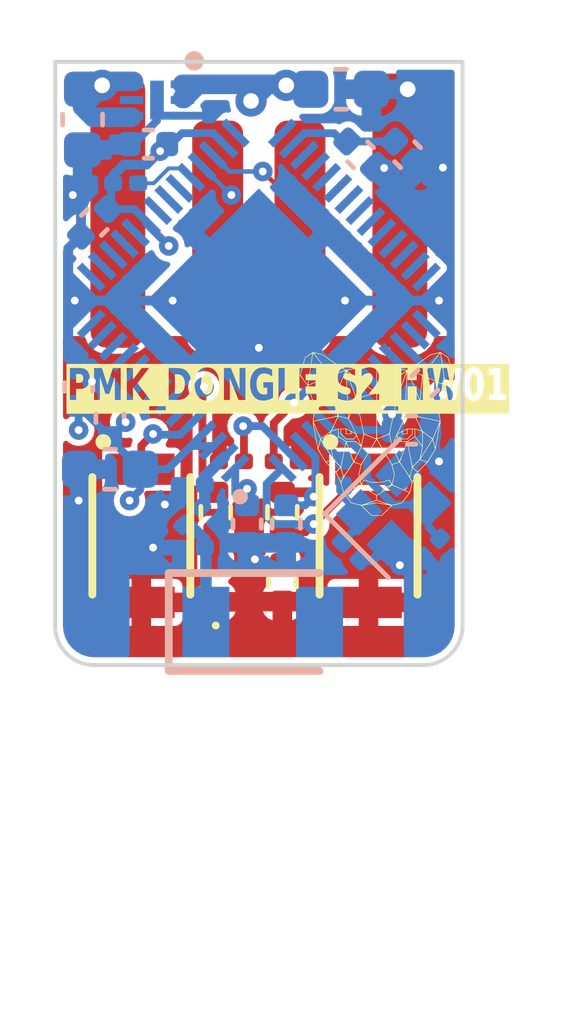
<source format=kicad_pcb>
(kicad_pcb (version 20240108) (generator "pcbnew") (generator_version "8.0")
  (layers (0 "F.Cu" signal) (1 "In1.Cu" signal) (2 "In2.Cu" signal) (31 "B.Cu" signal) (34 "B.Paste" user) (35 "F.Paste" user) (36 "B.SilkS" user "B.Silkscreen") (37 "F.SilkS" user "F.Silkscreen") (38 "B.Mask" user) (39 "F.Mask" user) (44 "Edge.Cuts" user))
  (net 0 "")
  (net 1 "Net-(ANT1-A)")
  (net 2 "+3V3")
  (net 3 "/LNA_IN")
  (net 4 "/IO0")
  (net 5 "/IO1")
  (net 6 "/IO2")
  (net 7 "/IO3")
  (net 8 "/IO4")
  (net 9 "/IO5")
  (net 10 "/IO6")
  (net 11 "/IO7")
  (net 12 "/IO8")
  (net 13 "/IO9")
  (net 14 "/IO10")
  (net 15 "/IO11")
  (net 16 "/IO12")
  (net 17 "/IO13")
  (net 18 "/IO14")
  (net 19 "/IO15")
  (net 20 "/IO16")
  (net 21 "/IO17")
  (net 22 "/IO18")
  (net 23 "/D-")
  (net 24 "/D+")
  (net 25 "/IO21")
  (net 26 "Net-(D1-A)")
  (net 27 "/VDD_SPI")
  (net 34 "/IO33")
  (net 35 "/IO34")
  (net 36 "/IO35")
  (net 37 "/IO36")
  (net 38 "/IO37")
  (net 39 "/IO38")
  (net 40 "/IO39")
  (net 41 "/IO40")
  (net 42 "/IO41")
  (net 43 "/IO42")
  (net 44 "/IO43")
  (net 45 "/IO44")
  (net 46 "/IO45")
  (net 47 "/IO46")
  (net 48 "/EN")
  (net 49 "GND")
  (net 50 "VBUS")
  (net 53 "/QUARTZ_1")
  (net 54 "/QUARTZ_2")
  (net 55 "/QUARTZ_3")
  (footprint "Component_lib:USB_PCB" (layer "F.Cu") (at 153 44.4)
    (property "Reference" "J1" (hide yes))
    (property "Value" "USB_A")
    (pad "1" smd roundrect (at -3.6 -7.4) (size 1.4 7) (layers "F.Cu" "F.Paste" "F.Mask") (roundrect_rratio 0.3) (net 50 "VBUS"))
    (pad "2" smd roundrect (at -1.05 -6.8) (size 1.3 5.8) (layers "F.Cu" "F.Paste" "F.Mask") (net 23 "/D-"))
    (pad "3" smd roundrect (at 1.05 -6.8) (size 1.3 5.8) (layers "F.Cu" "F.Paste" "F.Mask") (net 24 "/D+"))
    (pad "4" smd roundrect (at 3.6 -7.4) (size 1.4 7) (layers "F.Cu" "F.Paste" "F.Mask") (roundrect_rratio 0.3) (net 49 "GND"))
  )
  (footprint "Resistor_SMD:R_0201_0603Metric" (layer "F.Cu") (at 152.3 43.4 180)
    (property "Reference" "R6" (hide yes))
    (property "Value" "10k")
    (pad "1" smd roundrect (at -0.32 0 180) (size 0.46 0.4) (layers "F.Cu" "F.Mask") (net 47 "/IO46"))
    (pad "2" smd roundrect (at 0.32 0 180) (size 0.46 0.4) (layers "F.Cu" "F.Mask") (net 49 "GND"))
  )
  (footprint "Component_lib:B3U-1000P" (layer "F.Cu") (at 155.8 45.3 90)
    (property "Reference" "S1" (hide yes))
    (property "Value" "SKRPABE010" (hide yes))
    (pad "1" smd rect (at 1.7 0 90) (size 0.8 1.7) (layers "F.Cu" "F.Paste" "F.Mask") (net 48 "/EN"))
    (pad "2" smd rect (at -1.7 0 90) (size 0.8 1.7) (layers "F.Cu" "F.Paste" "F.Mask") (net 49 "GND"))
  )
  (footprint "Resistor_SMD:R_0402_1005Metric" (layer "F.Cu") (at 151.9 44.7 -90)
    (property "Reference" "R2" (hide yes))
    (property "Value" "2k")
    (pad "1" smd roundrect (at -0.51 0 270) (size 0.54 0.64) (layers "F.Cu" "F.Paste" "F.Mask") (net 5 "/IO1"))
    (pad "2" smd roundrect (at 0.51 0 270) (size 0.54 0.64) (layers "F.Cu" "F.Paste" "F.Mask") (net 26 "Net-(D1-A)"))
  )
  (footprint "Component_lib:puma_logo_4mm" (layer "F.Cu") (at 156 42.7)
    (property "Reference" "G***" (hide yes))
    (property "Value" "LOGO" (hide yes))
  )
  (footprint "LED_SMD:LED_0402_1005Metric" (layer "F.Cu") (at 151.9 46.5 90)
    (property "Reference" "D1" (hide yes))
    (property "Value" "LED")
    (pad "1" smd roundrect (at -0.485 0 90) (size 0.59 0.64) (layers "F.Cu" "F.Paste" "F.Mask") (net 49 "GND"))
    (pad "2" smd roundrect (at 0.485 0 90) (size 0.59 0.64) (layers "F.Cu" "F.Paste" "F.Mask") (net 26 "Net-(D1-A)"))
  )
  (footprint "Resistor_SMD:R_0201_0603Metric" (layer "F.Cu") (at 153.7 43.4)
    (property "Reference" "R5" (hide yes))
    (property "Value" "10k")
    (pad "1" smd roundrect (at -0.32 0) (size 0.46 0.4) (layers "F.Cu" "F.Mask") (net 46 "/IO45"))
    (pad "2" smd roundrect (at 0.32 0) (size 0.46 0.4) (layers "F.Cu" "F.Mask") (net 49 "GND"))
  )
  (footprint "Capacitor_SMD:C_0402_1005Metric" (layer "F.Cu") (at 153.6 46.5 -90)
    (property "Reference" "C16" (hide yes))
    (property "Value" "100n")
    (pad "1" smd roundrect (at -0.48 0 270) (size 0.56 0.62) (layers "F.Cu" "F.Paste" "F.Mask") (net 48 "/EN"))
    (pad "2" smd roundrect (at 0.48 0 270) (size 0.56 0.62) (layers "F.Cu" "F.Paste" "F.Mask") (net 49 "GND"))
  )
  (footprint "Component_lib:B3U-1000P" (layer "F.Cu") (at 150 45.3 90)
    (property "Reference" "S2" (hide yes))
    (property "Value" "SKRPABE010" (hide yes))
    (pad "1" smd rect (at 1.7 0 90) (size 0.8 1.7) (layers "F.Cu" "F.Paste" "F.Mask") (net 4 "/IO0"))
    (pad "2" smd rect (at -1.7 0 90) (size 0.8 1.7) (layers "F.Cu" "F.Paste" "F.Mask") (net 49 "GND"))
  )
  (footprint "Resistor_SMD:R_0402_1005Metric" (layer "F.Cu") (at 153.6 44.7 -90)
    (property "Reference" "R4" (hide yes))
    (property "Value" "10k")
    (pad "1" smd roundrect (at -0.51 0 270) (size 0.54 0.64) (layers "F.Cu" "F.Paste" "F.Mask") (net 2 "+3V3"))
    (pad "2" smd roundrect (at 0.51 0 270) (size 0.54 0.64) (layers "F.Cu" "F.Paste" "F.Mask") (net 48 "/EN"))
  )
  (footprint "Capacitor_SMD:C_0603_1608Metric" (layer "B.Cu") (at 148.5 34.675 -90)
    (property "Reference" "C1" (hide yes))
    (property "Value" "2u2")
    (pad "1" smd roundrect (at -0.775 0 270) (size 0.9 0.95) (layers "B.Cu" "B.Paste" "B.Mask") (net 50 "VBUS"))
    (pad "2" smd roundrect (at 0.775 0 270) (size 0.9 0.95) (layers "B.Cu" "B.Paste" "B.Mask") (net 49 "GND"))
  )
  (footprint "Component_lib:Crystal_SMD_2016-4Pin_2.0x1.6mm" (layer "B.Cu") (at 156.45 44.6 45)
    (property "Reference" "Y1" (hide yes))
    (property "Value" "Crystal_GND24_Small")
    (pad "1" smd rect (at -0.7 -0.55 45) (size 0.9 0.8) (layers "B.Cu" "B.Paste" "B.Mask") (net 53 "/QUARTZ_1"))
    (pad "2" smd rect (at 0.7 -0.55 45) (size 0.9 0.8) (layers "B.Cu" "B.Paste" "B.Mask") (net 49 "GND"))
    (pad "3" smd rect (at 0.7 0.55 45) (size 0.9 0.8) (layers "B.Cu" "B.Paste" "B.Mask") (net 54 "/QUARTZ_2"))
    (pad "4" smd rect (at -0.7 0.55 45) (size 0.9 0.8) (layers "B.Cu" "B.Paste" "B.Mask") (net 49 "GND"))
  )
  (footprint "Component_lib:SON40P120X120X60-7N-D" (layer "B.Cu") (at 150.4 34.175 180)
    (property "Reference" "U1" (hide yes))
    (property "Value" "MIC5528-3.3YMT-T5" (hide yes))
    (pad "1" smd rect (at -0.65 0.4 90) (size 0.2 0.6) (layers "B.Cu" "B.Paste" "B.Mask") (net 2 "+3V3"))
    (pad "2" smd rect (at -0.65 0 90) (size 0.2 0.6) (layers "B.Cu" "B.Paste" "B.Mask") (net 2 "+3V3"))
    (pad "3" smd rect (at -0.65 -0.4 90) (size 0.2 0.6) (layers "B.Cu" "B.Paste" "B.Mask") (net 49 "GND"))
    (pad "4" smd rect (at 0.65 -0.4 90) (size 0.2 0.6) (layers "B.Cu" "B.Paste" "B.Mask") (net 50 "VBUS"))
    (pad "5" smd rect (at 0.65 0 90) (size 0.2 0.6) (layers "B.Cu" "B.Paste" "B.Mask"))
    (pad "6" smd rect (at 0.65 0.4 90) (size 0.2 0.6) (layers "B.Cu" "B.Paste" "B.Mask") (net 50 "VBUS"))
    (pad "7" smd rect (at 0 0 180) (size 0.35 0.99) (layers "B.Cu" "B.Paste" "B.Mask") (net 49 "GND"))
  )
  (footprint "Capacitor_SMD:C_0402_1005Metric" (layer "B.Cu") (at 149.2 42.3 90)
    (property "Reference" "C13" (hide yes))
    (property "Value" "100n")
    (pad "1" smd roundrect (at -0.48 0 90) (size 0.56 0.62) (layers "B.Cu" "B.Paste" "B.Mask") (net 2 "+3V3"))
    (pad "2" smd roundrect (at 0.48 0 90) (size 0.56 0.62) (layers "B.Cu" "B.Paste" "B.Mask") (net 49 "GND"))
  )
  (footprint "Capacitor_SMD:C_0402_1005Metric" (layer "B.Cu") (at 148.8 37.3 -135)
    (property "Reference" "C17" (hide yes))
    (property "Value" "100n")
    (pad "1" smd roundrect (at -0.48 0 225) (size 0.56 0.62) (layers "B.Cu" "B.Paste" "B.Mask") (net 2 "+3V3"))
    (pad "2" smd roundrect (at 0.48 0 225) (size 0.56 0.62) (layers "B.Cu" "B.Paste" "B.Mask") (net 49 "GND"))
  )
  (footprint "Resistor_SMD:R_0201_0603Metric" (layer "B.Cu") (at 155.175572 43.7 90)
    (property "Reference" "R1" (hide yes))
    (property "Value" "0")
    (pad "1" smd roundrect (at -0.32 0 90) (size 0.46 0.4) (layers "B.Cu" "B.Mask") (net 53 "/QUARTZ_1"))
    (pad "2" smd roundrect (at 0.32 0 90) (size 0.46 0.4) (layers "B.Cu" "B.Mask") (net 55 "/QUARTZ_3"))
  )
  (footprint "Capacitor_SMD:C_0402_1005Metric" (layer "B.Cu") (at 157.23837 41.4 -135)
    (property "Reference" "C5" (hide yes))
    (property "Value" "100n")
    (pad "1" smd roundrect (at -0.48 0 225) (size 0.56 0.62) (layers "B.Cu" "B.Paste" "B.Mask") (net 2 "+3V3"))
    (pad "2" smd roundrect (at 0.48 0 225) (size 0.56 0.62) (layers "B.Cu" "B.Paste" "B.Mask") (net 49 "GND"))
  )
  (footprint "Capacitor_SMD:C_0402_1005Metric" (layer "B.Cu") (at 152.7 45 -90)
    (property "Reference" "C8" (hide yes))
    (property "Value" "100n")
    (pad "1" smd roundrect (at -0.48 0 270) (size 0.56 0.62) (layers "B.Cu" "B.Paste" "B.Mask") (net 2 "+3V3"))
    (pad "2" smd roundrect (at 0.48 0 270) (size 0.56 0.62) (layers "B.Cu" "B.Paste" "B.Mask") (net 49 "GND"))
  )
  (footprint "Capacitor_SMD:C_0201_0603Metric" (layer "B.Cu") (at 157.4 45.6 -135)
    (property "Reference" "C4" (hide yes))
    (property "Value" "15p")
    (pad "1" smd roundrect (at -0.32 0 225) (size 0.46 0.4) (layers "B.Cu" "B.Mask") (net 54 "/QUARTZ_2"))
    (pad "2" smd roundrect (at 0.32 0 225) (size 0.46 0.4) (layers "B.Cu" "B.Mask") (net 49 "GND"))
  )
  (footprint "Capacitor_SMD:C_0603_1608Metric" (layer "B.Cu") (at 155.1 33.9)
    (property "Reference" "C2" (hide yes))
    (property "Value" "2u2")
    (pad "1" smd roundrect (at -0.775 0) (size 0.9 0.95) (layers "B.Cu" "B.Paste" "B.Mask") (net 2 "+3V3"))
    (pad "2" smd roundrect (at 0.775 0) (size 0.9 0.95) (layers "B.Cu" "B.Paste" "B.Mask") (net 49 "GND"))
  )
  (footprint "Capacitor_SMD:C_0201_0603Metric" (layer "B.Cu") (at 151.3 44 180)
    (property "Reference" "C10" (hide yes))
    (property "Value" "C")
    (pad "1" smd roundrect (at -0.32 0 180) (size 0.46 0.4) (layers "B.Cu" "B.Mask") (net 3 "/LNA_IN"))
    (pad "2" smd roundrect (at 0.32 0 180) (size 0.46 0.4) (layers "B.Cu" "B.Mask") (net 49 "GND"))
  )
  (footprint "Capacitor_SMD:C_0402_1005Metric" (layer "B.Cu") (at 155.598959 35.572004 -45)
    (property "Reference" "C14" (hide yes))
    (property "Value" "100n")
    (pad "1" smd roundrect (at -0.48 0 315) (size 0.56 0.62) (layers "B.Cu" "B.Paste" "B.Mask") (net 27 "/VDD_SPI"))
    (pad "2" smd roundrect (at 0.48 0 315) (size 0.56 0.62) (layers "B.Cu" "B.Paste" "B.Mask") (net 49 "GND"))
  )
  (footprint "Capacitor_SMD:C_0201_0603Metric" (layer "B.Cu") (at 151.3 45.6 180)
    (property "Reference" "C9" (hide yes))
    (property "Value" "C")
    (pad "1" smd roundrect (at -0.32 0 180) (size 0.46 0.4) (layers "B.Cu" "B.Mask") (net 1 "Net-(ANT1-A)"))
    (pad "2" smd roundrect (at 0.32 0 180) (size 0.46 0.4) (layers "B.Cu" "B.Mask") (net 49 "GND"))
  )
  (footprint "Capacitor_SMD:C_0402_1005Metric" (layer "B.Cu") (at 156.9 42.6)
    (property "Reference" "C7" (hide yes))
    (property "Value" "100n")
    (pad "1" smd roundrect (at -0.48 0) (size 0.56 0.62) (layers "B.Cu" "B.Paste" "B.Mask") (net 2 "+3V3"))
    (pad "2" smd roundrect (at 0.48 0) (size 0.56 0.62) (layers "B.Cu" "B.Paste" "B.Mask") (net 49 "GND"))
  )
  (footprint "Capacitor_SMD:C_0402_1005Metric" (layer "B.Cu") (at 156.798959 35.572004 -45)
    (property "Reference" "C15" (hide yes))
    (property "Value" "1u")
    (pad "1" smd roundrect (at -0.48 0 315) (size 0.56 0.62) (layers "B.Cu" "B.Paste" "B.Mask") (net 27 "/VDD_SPI"))
    (pad "2" smd roundrect (at 0.48 0 315) (size 0.56 0.62) (layers "B.Cu" "B.Paste" "B.Mask") (net 49 "GND"))
  )
  (footprint "Capacitor_SMD:C_0201_0603Metric" (layer "B.Cu") (at 155.35 45.7 -45)
    (property "Reference" "C3" (hide yes))
    (property "Value" "15p")
    (pad "1" smd roundrect (at -0.32 0 315) (size 0.46 0.4) (layers "B.Cu" "B.Mask") (net 53 "/QUARTZ_1"))
    (pad "2" smd roundrect (at 0.32 0 315) (size 0.46 0.4) (layers "B.Cu" "B.Mask") (net 49 "GND"))
  )
  (footprint "Inductor_SMD:L_0201_0603Metric" (layer "B.Cu") (at 151.3 44.8 45)
    (property "Reference" "L1" (hide yes))
    (property "Value" "L")
    (pad "1" smd roundrect (at -0.32 0 45) (size 0.46 0.4) (layers "B.Cu" "B.Mask") (net 1 "Net-(ANT1-A)"))
    (pad "2" smd roundrect (at 0.32 0 45) (size 0.46 0.4) (layers "B.Cu" "B.Mask") (net 3 "/LNA_IN"))
  )
  (footprint "Capacitor_SMD:C_0402_1005Metric" (layer "B.Cu") (at 148.4 41.5 90)
    (property "Reference" "C12" (hide yes))
    (property "Value" "1u")
    (pad "1" smd roundrect (at -0.48 0 90) (size 0.56 0.62) (layers "B.Cu" "B.Paste" "B.Mask") (net 2 "+3V3"))
    (pad "2" smd roundrect (at 0.48 0 90) (size 0.56 0.62) (layers "B.Cu" "B.Paste" "B.Mask") (net 49 "GND"))
  )
  (footprint "Capacitor_SMD:C_0402_1005Metric" (layer "B.Cu") (at 153.7 45 -90)
    (property "Reference" "C6" (hide yes))
    (property "Value" "100n")
    (pad "1" smd roundrect (at -0.48 0 270) (size 0.56 0.62) (layers "B.Cu" "B.Paste" "B.Mask") (net 2 "+3V3"))
    (pad "2" smd roundrect (at 0.48 0 270) (size 0.56 0.62) (layers "B.Cu" "B.Paste" "B.Mask") (net 49 "GND"))
  )
  (footprint "Component_lib:ANTC3216X140N" (layer "B.Cu") (at 153.1 47.5)
    (property "Reference" "ANT1" (hide yes))
    (property "Value" "2450AT18A100E" (hide yes))
    (pad "1" smd rect (at -1.45 0) (size 1.2 1.8) (layers "B.Cu" "B.Paste" "B.Mask") (net 1 "Net-(ANT1-A)"))
    (pad "2" smd rect (at 1.45 0) (size 1.2 1.8) (layers "B.Cu" "B.Paste" "B.Mask"))
  )
  (footprint "Capacitor_SMD:C_0402_1005Metric" (layer "B.Cu") (at 150.18 35.3 180)
    (property "Reference" "C18" (hide yes))
    (property "Value" "100n")
    (pad "1" smd roundrect (at -0.48 0 180) (size 0.56 0.62) (layers "B.Cu" "B.Paste" "B.Mask") (net 2 "+3V3"))
    (pad "2" smd roundrect (at 0.48 0 180) (size 0.56 0.62) (layers "B.Cu" "B.Paste" "B.Mask") (net 49 "GND"))
  )
  (footprint "Component_lib:QFN40P700X700X90-57N-D" (layer "B.Cu") (at 152.998959 39.295153 45)
    (property "Reference" "IC1" (hide yes))
    (property "Value" "ESP32-S2FH4" (hide yes))
    (pad "1" smd rect (at -3.45 2.6 315) (size 0.2 0.85) (layers "B.Cu" "B.Paste" "B.Mask") (net 2 "+3V3"))
    (pad "2" smd rect (at -3.449999 2.2 315) (size 0.2 0.85) (layers "B.Cu" "B.Paste" "B.Mask") (net 3 "/LNA_IN"))
    (pad "3" smd rect (at -3.45 1.8 315) (size 0.2 0.85) (layers "B.Cu" "B.Paste" "B.Mask") (net 2 "+3V3"))
    (pad "4" smd rect (at -3.45 1.4 315) (size 0.2 0.85) (layers "B.Cu" "B.Paste" "B.Mask") (net 2 "+3V3"))
    (pad "5" smd rect (at -3.45 1 315) (size 0.2 0.85) (layers "B.Cu" "B.Paste" "B.Mask") (net 4 "/IO0"))
    (pad "6" smd rect (at -3.449999 0.6 315) (size 0.2 0.85) (layers "B.Cu" "B.Paste" "B.Mask") (net 5 "/IO1"))
    (pad "7" smd rect (at -3.45 0.2 315) (size 0.2 0.85) (layers "B.Cu" "B.Paste" "B.Mask") (net 6 "/IO2"))
    (pad "8" smd rect (at -3.45 -0.2 315) (size 0.2 0.85) (layers "B.Cu" "B.Paste" "B.Mask") (net 7 "/IO3"))
    (pad "9" smd rect (at -3.449999 -0.6 315) (size 0.2 0.85) (layers "B.Cu" "B.Paste" "B.Mask") (net 8 "/IO4"))
    (pad "10" smd rect (at -3.45 -1 315) (size 0.2 0.85) (layers "B.Cu" "B.Paste" "B.Mask") (net 9 "/IO5"))
    (pad "11" smd rect (at -3.45 -1.4 315) (size 0.2 0.85) (layers "B.Cu" "B.Paste" "B.Mask") (net 10 "/IO6"))
    (pad "12" smd rect (at -3.45 -1.8 315) (size 0.2 0.85) (layers "B.Cu" "B.Paste" "B.Mask") (net 11 "/IO7"))
    (pad "13" smd rect (at -3.449999 -2.2 315) (size 0.2 0.85) (layers "B.Cu" "B.Paste" "B.Mask") (net 12 "/IO8"))
    (pad "14" smd rect (at -3.45 -2.6 315) (size 0.2 0.85) (layers "B.Cu" "B.Paste" "B.Mask") (net 13 "/IO9"))
    (pad "15" smd rect (at -2.6 -3.45 45) (size 0.2 0.85) (layers "B.Cu" "B.Paste" "B.Mask") (net 14 "/IO10"))
    (pad "16" smd rect (at -2.2 -3.449999 45) (size 0.2 0.85) (layers "B.Cu" "B.Paste" "B.Mask") (net 15 "/IO11"))
    (pad "17" smd rect (at -1.8 -3.45 45) (size 0.2 0.85) (layers "B.Cu" "B.Paste" "B.Mask") (net 16 "/IO12"))
    (pad "18" smd rect (at -1.4 -3.45 45) (size 0.2 0.85) (layers "B.Cu" "B.Paste" "B.Mask") (net 17 "/IO13"))
    (pad "19" smd rect (at -1 -3.45 45) (size 0.2 0.85) (layers "B.Cu" "B.Paste" "B.Mask") (net 18 "/IO14"))
    (pad "20" smd rect (at -0.6 -3.449999 45) (size 0.2 0.85) (layers "B.Cu" "B.Paste" "B.Mask") (net 2 "+3V3"))
    (pad "21" smd rect (at -0.2 -3.45 45) (size 0.2 0.85) (layers "B.Cu" "B.Paste" "B.Mask") (net 19 "/IO15"))
    (pad "22" smd rect (at 0.2 -3.45 45) (size 0.2 0.85) (layers "B.Cu" "B.Paste" "B.Mask") (net 20 "/IO16"))
    (pad "23" smd rect (at 0.6 -3.449999 45) (size 0.2 0.85) (layers "B.Cu" "B.Paste" "B.Mask") (net 21 "/IO17"))
    (pad "24" smd rect (at 1 -3.45 45) (size 0.2 0.85) (layers "B.Cu" "B.Paste" "B.Mask") (net 22 "/IO18"))
    (pad "25" smd rect (at 1.4 -3.45 45) (size 0.2 0.85) (layers "B.Cu" "B.Paste" "B.Mask") (net 23 "/D-"))
    (pad "26" smd rect (at 1.8 -3.45 45) (size 0.2 0.85) (layers "B.Cu" "B.Paste" "B.Mask") (net 24 "/D+"))
    (pad "27" smd rect (at 2.2 -3.449999 45) (size 0.2 0.85) (layers "B.Cu" "B.Paste" "B.Mask") (net 2 "+3V3"))
    (pad "28" smd rect (at 2.6 -3.45 45) (size 0.2 0.85) (layers "B.Cu" "B.Paste" "B.Mask") (net 25 "/IO21"))
    (pad "29" smd rect (at 3.45 -2.6 315) (size 0.2 0.85) (layers "B.Cu" "B.Paste" "B.Mask"))
    (pad "30" smd rect (at 3.449999 -2.2 315) (size 0.2 0.85) (layers "B.Cu" "B.Paste" "B.Mask") (net 27 "/VDD_SPI"))
    (pad "31" smd rect (at 3.45 -1.8 315) (size 0.2 0.85) (layers "B.Cu" "B.Paste" "B.Mask"))
    (pad "32" smd rect (at 3.45 -1.4 315) (size 0.2 0.85) (layers "B.Cu" "B.Paste" "B.Mask"))
    (pad "33" smd rect (at 3.45 -1 315) (size 0.2 0.85) (layers "B.Cu" "B.Paste" "B.Mask"))
    (pad "34" smd rect (at 3.449999 -0.6 315) (size 0.2 0.85) (layers "B.Cu" "B.Paste" "B.Mask"))
    (pad "35" smd rect (at 3.45 -0.2 315) (size 0.2 0.85) (layers "B.Cu" "B.Paste" "B.Mask"))
    (pad "36" smd rect (at 3.45 0.2 315) (size 0.2 0.85) (layers "B.Cu" "B.Paste" "B.Mask"))
    (pad "37" smd rect (at 3.449999 0.6 315) (size 0.2 0.85) (layers "B.Cu" "B.Paste" "B.Mask") (net 34 "/IO33"))
    (pad "38" smd rect (at 3.45 1 315) (size 0.2 0.85) (layers "B.Cu" "B.Paste" "B.Mask") (net 35 "/IO34"))
    (pad "39" smd rect (at 3.45 1.4 315) (size 0.2 0.85) (layers "B.Cu" "B.Paste" "B.Mask") (net 36 "/IO35"))
    (pad "40" smd rect (at 3.45 1.8 315) (size 0.2 0.85) (layers "B.Cu" "B.Paste" "B.Mask") (net 37 "/IO36"))
    (pad "41" smd rect (at 3.449999 2.2 315) (size 0.2 0.85) (layers "B.Cu" "B.Paste" "B.Mask") (net 38 "/IO37"))
    (pad "42" smd rect (at 3.45 2.6 315) (size 0.2 0.85) (layers "B.Cu" "B.Paste" "B.Mask") (net 39 "/IO38"))
    (pad "43" smd rect (at 2.6 3.45 45) (size 0.2 0.85) (layers "B.Cu" "B.Paste" "B.Mask") (net 40 "/IO39"))
    (pad "44" smd rect (at 2.2 3.449999 45) (size 0.2 0.85) (layers "B.Cu" "B.Paste" "B.Mask") (net 41 "/IO40"))
    (pad "45" smd rect (at 1.8 3.45 45) (size 0.2 0.85) (layers "B.Cu" "B.Paste" "B.Mask") (net 2 "+3V3"))
    (pad "46" smd rect (at 1.4 3.45 45) (size 0.2 0.85) (layers "B.Cu" "B.Paste" "B.Mask") (net 42 "/IO41"))
    (pad "47" smd rect (at 1 3.45 45) (size 0.2 0.85) (layers "B.Cu" "B.Paste" "B.Mask") (net 43 "/IO42"))
    (pad "48" smd rect (at 0.6 3.449999 45) (size 0.2 0.85) (layers "B.Cu" "B.Paste" "B.Mask") (net 44 "/IO43"))
    (pad "49" smd rect (at 0.2 3.45 45) (size 0.2 0.85) (layers "B.Cu" "B.Paste" "B.Mask") (net 45 "/IO44"))
    (pad "50" smd rect (at -0.2 3.45 45) (size 0.2 0.85) (layers "B.Cu" "B.Paste" "B.Mask") (net 46 "/IO45"))
    (pad "51" smd rect (at -0.6 3.449999 45) (size 0.2 0.85) (layers "B.Cu" "B.Paste" "B.Mask") (net 2 "+3V3"))
    (pad "52" smd rect (at -1 3.45 45) (size 0.2 0.85) (layers "B.Cu" "B.Paste" "B.Mask") (net 54 "/QUARTZ_2"))
    (pad "53" smd rect (at -1.4 3.45 45) (size 0.2 0.85) (layers "B.Cu" "B.Paste" "B.Mask") (net 55 "/QUARTZ_3"))
    (pad "54" smd rect (at -1.8 3.45 45) (size 0.2 0.85) (layers "B.Cu" "B.Paste" "B.Mask") (net 2 "+3V3"))
    (pad "55" smd rect (at -2.2 3.449999 45) (size 0.2 0.85) (layers "B.Cu" "B.Paste" "B.Mask") (net 47 "/IO46"))
    (pad "56" smd rect (at -2.6 3.45 45) (size 0.2 0.85) (layers "B.Cu" "B.Paste" "B.Mask") (net 48 "/EN"))
    (pad "57" smd rect (at 0 0 45) (size 4.05 4.05) (layers "B.Cu" "B.Paste" "B.Mask") (net 49 "GND"))
  )
  (footprint "Capacitor_SMD:C_0603_1608Metric" (layer "B.Cu") (at 149.2 43.6 180)
    (property "Reference" "C11" (hide yes))
    (property "Value" "10u")
    (pad "1" smd roundrect (at -0.775 0 180) (size 0.9 0.95) (layers "B.Cu" "B.Paste" "B.Mask") (net 2 "+3V3"))
    (pad "2" smd roundrect (at 0.775 0 180) (size 0.9 0.95) (layers "B.Cu" "B.Paste" "B.Mask") (net 49 "GND"))
  )
  (footprint "Resistor_SMD:R_0201_0603Metric" (layer "B.Cu") (at 149.6 36.3)
    (property "Reference" "R3" (hide yes))
    (property "Value" "10k")
    (pad "1" smd roundrect (at -0.32 0) (size 0.46 0.4) (layers "B.Cu" "B.Mask") (net 2 "+3V3"))
    (pad "2" smd roundrect (at 0.32 0) (size 0.46 0.4) (layers "B.Cu" "B.Mask") (net 22 "/IO18"))
  )
  (gr_line (start 158.2 47.6) (end 158.2 33.2) (stroke (width 0.1)) (layer "Edge.Cuts"))
  (gr_line (start 158.2 33.2) (end 147.8 33.2) (stroke (width 0.1)) (layer "Edge.Cuts"))
  (gr_line (start 148.8 48.6) (end 157.2 48.6) (stroke (width 0.1)) (layer "Edge.Cuts"))
  (gr_line (start 147.8 33.2) (end 147.8 47.6) (stroke (width 0.1)) (layer "Edge.Cuts"))
  (gr_arc (start 148.8 48.6) (mid 148.092893 48.307107) (end 147.8 47.6) (stroke (width 0.1)) (layer "Edge.Cuts"))
  (gr_arc (start 158.2 47.6) (mid 157.907107 48.307107) (end 157.2 48.6) (stroke (width 0.1)) (layer "Edge.Cuts"))
  (gr_text "PMK_DONGLE_S2_HW01\n" (at 148.1 41.5 0) (layer "F.SilkS" knockout) (effects (font (size 0.8 0.6) (thickness 0.1) (bold yes)) (justify left)))
  (segment (start 151.246273 45.026274) (end 151.073726 45.026274) (width 0.293) (layer "B.Cu") (net 1))
  (segment (start 151.65 45.63) (end 151.62 45.6) (width 0.293) (layer "B.Cu") (net 1))
  (segment (start 151.62 45.6) (end 151.62 45.400001) (width 0.293) (layer "B.Cu") (net 1))
  (segment (start 151.62 45.400001) (end 151.246273 45.026274) (width 0.293) (layer "B.Cu") (net 1))
  (segment (start 151.65 47.5) (end 151.65 45.63) (width 0.293) (layer "B.Cu") (net 1))
  (segment (start 154.29 44.19) (end 154.4 44.3) (width 0.25) (layer "F.Cu") (net 2))
  (segment (start 153.6 44.19) (end 154.29 44.19) (width 0.25) (layer "F.Cu") (net 2))
  (via (at 150.48 35.48) (size 0.5) (drill 0.2) (layers "F.Cu" "B.Cu") (net 2))
  (via (at 153.7 33.8) (size 0.8) (drill 0.4) (layers "F.Cu" "B.Cu") (net 2))
  (via (at 148.4 42.6) (size 0.5) (drill 0.2) (layers "F.Cu" "B.Cu") (net 2))
  (via (at 149.7 44.4) (size 0.5) (drill 0.2) (layers "F.Cu" "B.Cu") (net 2))
  (via (at 150.7 37.9) (size 0.5) (drill 0.2) (layers "F.Cu" "B.Cu") (net 2))
  (via (at 154.4 44.3) (size 0.5) (drill 0.2) (layers "F.Cu" "B.Cu") (net 2))
  (via (at 149.6 42.4) (size 0.5) (drill 0.2) (layers "F.Cu" "B.Cu") (net 2))
  (via (at 157.7 41.7) (size 0.5) (drill 0.2) (layers "F.Cu" "B.Cu") (net 2))
  (via (at 152.7 44.1) (size 0.5) (drill 0.2) (layers "F.Cu" "B.Cu") (net 2))
  (via (at 152.8 34.2) (size 0.8) (drill 0.4) (layers "F.Cu" "B.Cu") (net 2))
  (via (at 156.4 42.2) (size 0.5) (drill 0.2) (layers "F.Cu" "B.Cu") (net 2))
  (segment (start 149.975 43.6) (end 149.975 44.125) (width 0.2) (layer "B.Cu") (net 2))
  (segment (start 154.2 33.775) (end 154.325 33.9) (width 0.5) (layer "B.Cu") (net 2))
  (segment (start 153.225 33.775) (end 152.8 34.2) (width 0.5) (layer "B.Cu") (net 2))
  (segment (start 149.975 44.125) (end 149.7 44.4) (width 0.2) (layer "B.Cu") (net 2))
  (segment (start 154.18 44.52) (end 154.4 44.3) (width 0.2) (layer "B.Cu") (net 2))
  (segment (start 151.05 33.775) (end 151.4 33.775) (width 0.5) (layer "B.Cu") (net 2))
  (segment (start 148.4 41.98) (end 148.4 42.6) (width 0.2) (layer "B.Cu") (net 2))
  (segment (start 149.22 42.78) (end 149.6 42.4) (width 0.2) (layer "B.Cu") (net 2))
  (segment (start 155.455278 42.6) (end 155.014213 42.158935) (width 0.2) (layer "B.Cu") (net 2))
  (segment (start 156.42 42.6) (end 156.42 42.22) (width 0.2) (layer "B.Cu") (net 2))
  (segment (start 151.4 33.775) (end 151.4 33.825) (width 0.5) (layer "B.Cu") (net 2))
  (segment (start 149.555001 35.825) (end 150.135 35.825) (width 0.25) (layer "B.Cu") (net 2))
  (segment (start 150.66 35.4) (end 151.038389 35.021611) (width 0.2) (layer "B.Cu") (net 2))
  (segment (start 151.4 33.775) (end 153.3 33.775) (width 0.5) (layer "B.Cu") (net 2))
  (segment (start 153.3 33.775) (end 153.225 33.775) (width 0.5) (layer "B.Cu") (net 2))
  (segment (start 154.18 44.52) (end 154.444073 44.255927) (width 0.2) (layer "B.Cu") (net 2))
  (segment (start 157.30998 41.060589) (end 156.71127 40.461879) (width 0.2) (layer "B.Cu") (net 2))
  (segment (start 152.397918 43.573149) (end 152.397918 44.217918) (width 0.2) (layer "B.Cu") (net 2))
  (segment (start 151.4 33.825) (end 151.09 34.135) (width 0.5) (layer "B.Cu") (net 2))
  (segment (start 149.28 36.100001) (end 149.555001 35.825) (width 0.25) (layer "B.Cu") (net 2))
  (segment (start 151.836687 35.021611) (end 152.115076 35.3) (width 0.2) (layer "B.Cu") (net 2))
  (segment (start 150.135177 37.279899) (end 150.135177 37.335177) (width 0.2) (layer "B.Cu") (net 2))
  (segment (start 150.66 35.3) (end 150.48 35.48) (width 0.25) (layer "B.Cu") (net 2))
  (segment (start 154.444073 44.255927) (end 154.444073 43.285852) (width 0.2) (layer "B.Cu") (net 2))
  (segment (start 149.975 43.6) (end 150.674011 43.6) (width 0.2) (layer "B.Cu") (net 2))
  (segment (start 157.577781 41.060589) (end 157.577781 41.577781) (width 0.2) (layer "B.Cu") (net 2))
  (segment (start 149.2 42.78) (end 149.2 42.825) (width 0.2) (layer "B.Cu") (net 2))
  (segment (start 150.135177 37.335177) (end 150.7 37.9) (width 0.2) (layer "B.Cu") (net 2))
  (segment (start 157.577781 41.060589) (end 157.30998 41.060589) (width 0.2) (layer "B.Cu") (net 2))
  (segment (start 152.397918 44.217918) (end 152.7 44.52) (width 0.2) (layer "B.Cu") (net 2))
  (segment (start 151.09 34.135) (end 151.05 34.135) (width 0.5) (layer "B.Cu") (net 2))
  (segment (start 149.235 36.2) (end 149.235 36.865) (width 0.2) (layer "B.Cu") (net 2))
  (segment (start 148.4 41.98) (end 149.2 42.78) (width 0.2) (layer "B.Cu") (net 2))
  (segment (start 156.42 42.22) (end 156.4 42.2) (width 0.2) (layer "B.Cu") (net 2))
  (segment (start 153.7 44.52) (end 154.18 44.52) (width 0.2) (layer "B.Cu") (net 2))
  (segment (start 149.2 42.825) (end 149.975 43.6) (width 0.2) (layer "B.Cu") (net 2))
  (segment (start 151.266547 43.007464) (end 150.674011 43.6) (width 0.2) (layer "B.Cu") (net 2))
  (segment (start 150.674011 43.6) (end 151.54939 42.724621) (width 0.2) (layer "B.Cu") (net 2))
  (segment (start 156.42 42.6) (end 155.455278 42.6) (width 0.2) (layer "B.Cu") (net 2))
  (segment (start 154.325 33.9) (end 153.8 33.9) (width 0.5) (layer "B.Cu") (net 2))
  (segment (start 154.444073 43.285852) (end 154.165685 43.007464) (width 0.2) (layer "B.Cu") (net 2))
  (segment (start 149.815867 36.960589) (end 150.135177 37.279899) (width 0.2) (layer "B.Cu") (net 2))
  (segment (start 157.577781 41.577781) (end 157.7 41.7) (width 0.2) (layer "B.Cu") (net 2))
  (segment (start 152.7 44.52) (end 152.7 44.1) (width 0.2) (layer "B.Cu") (net 2))
  (segment (start 149.2 42.78) (end 149.22 42.78) (width 0.2) (layer "B.Cu") (net 2))
  (segment (start 151.832233 43.007464) (end 151.266547 43.007464) (width 0.2) (layer "B.Cu") (net 2))
  (segment (start 153.3 33.775) (end 154.2 33.775) (width 0.5) (layer "B.Cu") (net 2))
  (segment (start 153.8 33.9) (end 153.7 33.8) (width 0.5) (layer "B.Cu") (net 2))
  (segment (start 150.135 35.825) (end 150.66 35.3) (width 0.25) (layer "B.Cu") (net 2))
  (segment (start 149.139411 36.960589) (end 149.815867 36.960589) (width 0.2) (layer "B.Cu") (net 2))
  (segment (start 149.28 36.3) (end 149.28 36.100001) (width 0.25) (layer "B.Cu") (net 2))
  (segment (start 149.235 36.865) (end 149.139411 36.960589) (width 0.2) (layer "B.Cu") (net 2))
  (segment (start 151.038389 35.021611) (end 151.836687 35.021611) (width 0.2) (layer "B.Cu") (net 2))
  (segment (start 151.62 44) (end 151.62 44.48) (width 0.293) (layer "B.Cu") (net 3))
  (segment (start 151.62 44) (end 151.62 43.785382) (width 0.293) (layer "B.Cu") (net 3))
  (segment (start 151.62 44.48) (end 151.526274 44.573726) (width 0.293) (layer "B.Cu") (net 3))
  (segment (start 151.62 43.785382) (end 152.115076 43.290306) (width 0.293) (layer "B.Cu") (net 3))
  (segment (start 150 43) (end 150.3 42.7) (width 0.2) (layer "F.Cu") (net 4))
  (segment (start 150 43.6) (end 150 43) (width 0.2) (layer "F.Cu") (net 4))
  (via (at 150.3 42.7) (size 0.5) (drill 0.2) (layers "F.Cu" "B.Cu") (net 4))
  (segment (start 150.3 42.7) (end 150.320166 42.720166) (width 0.2) (layer "B.Cu") (net 4))
  (segment (start 150.320166 42.720166) (end 150.988159 42.720166) (width 0.2) (layer "B.Cu") (net 4))
  (segment (start 150.988159 42.720166) (end 151.266547 42.441778) (width 0.2) (layer "B.Cu") (net 4))
  (segment (start 151.56 41.54) (end 151.56 43.85) (width 0.2) (layer "F.Cu") (net 5))
  (segment (start 151.6 41.5) (end 151.56 41.54) (width 0.2) (layer "F.Cu") (net 5))
  (segment (start 151.56 43.85) (end 151.9 44.19) (width 0.2) (layer "F.Cu") (net 5))
  (via (at 151.6 41.5) (size 0.5) (drill 0.2) (layers "F.Cu" "B.Cu") (net 5))
  (segment (start 150.983705 42.158935) (end 150.983705 42.116295) (width 0.2) (layer "B.Cu") (net 5))
  (segment (start 150.983705 42.116295) (end 151.6 41.5) (width 0.2) (layer "B.Cu") (net 5))
  (segment (start 150.695904 35.92014) (end 151.038159 35.92014) (width 0.1) (layer "B.Cu") (net 22))
  (segment (start 150.316044 36.3) (end 150.695904 35.92014) (width 0.1) (layer "B.Cu") (net 22))
  (segment (start 151.038159 35.92014) (end 151.266547 36.148528) (width 0.1) (layer "B.Cu") (net 22))
  (segment (start 149.92 36.3) (end 150.316044 36.3) (width 0.1) (layer "B.Cu") (net 22))
  (segment (start 151.95 36.95) (end 152.3 36.6) (width 0.115) (layer "F.Cu") (net 23))
  (segment (start 151.95 37.6) (end 151.9 37.6) (width 0.115) (layer "F.Cu") (net 23))
  (segment (start 151.95 37.6) (end 151.95 36.95) (width 0.115) (layer "F.Cu") (net 23))
  (segment (start 151.95 37.6) (end 151.95 36.75) (width 0.115) (layer "F.Cu") (net 23))
  (via (at 152.3 36.6) (size 0.5) (drill 0.2) (layers "F.Cu" "B.Cu") (net 23))
  (segment (start 152.283705 36.6) (end 151.54939 35.865685) (width 0.115) (layer "B.Cu") (net 23))
  (segment (start 152.3 36.6) (end 152.283705 36.6) (width 0.115) (layer "B.Cu") (net 23))
  (segment (start 154.05 37.6) (end 154.05 36.95) (width 0.115) (layer "F.Cu") (net 24))
  (segment (start 154.05 36.95) (end 153.1 36) (width 0.115) (layer "F.Cu") (net 24))
  (via (at 153.1 36) (size 0.5) (drill 0.2) (layers "F.Cu" "B.Cu") (net 24))
  (segment (start 153.1 36) (end 152.249391 36) (width 0.115) (layer "B.Cu") (net 24))
  (segment (start 152.249391 36) (end 151.832233 35.582842) (width 0.115) (layer "B.Cu") (net 24))
  (segment (start 151.9 46.015) (end 151.9 45.21) (width 0.2) (layer "F.Cu") (net 26))
  (segment (start 155.132593 35.232593) (end 154.921611 35.021611) (width 0.2) (layer "B.Cu") (net 27))
  (segment (start 155.259548 35.232593) (end 155.132593 35.232593) (width 0.2) (layer "B.Cu") (net 27))
  (segment (start 154.921611 35.021611) (end 154.161231 35.021611) (width 0.2) (layer "B.Cu") (net 27))
  (segment (start 154.161231 35.021611) (end 153.882842 35.3) (width 0.2) (layer "B.Cu") (net 27))
  (segment (start 156.459548 35.232593) (end 155.259548 35.232593) (width 0.2) (layer "B.Cu") (net 27))
  (segment (start 153.38 42.42) (end 153.9 41.9) (width 0.2) (layer "F.Cu") (net 46))
  (segment (start 153.38 43.4) (end 153.38 42.42) (width 0.2) (layer "F.Cu") (net 46))
  (via (at 153.9 41.9) (size 0.5) (drill 0.2) (layers "F.Cu" "B.Cu") (net 46))
  (segment (start 154.202296 41.597704) (end 155.018667 41.597704) (width 0.2) (layer "B.Cu") (net 46))
  (segment (start 153.9 41.9) (end 154.202296 41.597704) (width 0.2) (layer "B.Cu") (net 46))
  (segment (start 155.018667 41.597704) (end 155.297056 41.876093) (width 0.2) (layer "B.Cu") (net 46))
  (segment (start 152.62 42.52) (end 152.6 42.5) (width 0.2) (layer "F.Cu") (net 47))
  (segment (start 152.62 43.4) (end 152.62 42.52) (width 0.2) (layer "F.Cu") (net 47))
  (via (at 152.6 42.5) (size 0.5) (drill 0.2) (layers "F.Cu" "B.Cu") (net 47))
  (segment (start 152.6 42.5) (end 153.092536 42.5) (width 0.2) (layer "B.Cu") (net 47))
  (segment (start 153.092536 42.5) (end 153.882842 43.290306) (width 0.2) (layer "B.Cu") (net 47))
  (segment (start 154.19 45.21) (end 154.4 45) (width 0.2) (layer "F.Cu") (net 48))
  (segment (start 153.6 46.02) (end 153.6 45.21) (width 0.2) (layer "F.Cu") (net 48))
  (segment (start 153.6 45.21) (end 154.19 45.21) (width 0.2) (layer "F.Cu") (net 48))
  (segment (start 154.4 45) (end 155.8 43.6) (width 0.2) (layer "F.Cu") (net 48))
  (via (at 154.4 45) (size 0.5) (drill 0.2) (layers "F.Cu" "B.Cu") (net 48))
  (segment (start 153.2 43.973149) (end 153.2 44.800572) (width 0.2) (layer "B.Cu") (net 48))
  (segment (start 153.399428 45) (end 154.4 45) (width 0.2) (layer "B.Cu") (net 48))
  (segment (start 153.2 44.800572) (end 153.399428 45) (width 0.2) (layer "B.Cu") (net 48))
  (segment (start 153.6 43.573149) (end 153.2 43.973149) (width 0.2) (layer "B.Cu") (net 48))
  (segment (start 156.6 37) (end 156.6 34.1) (width 0.293) (layer "F.Cu") (net 49))
  (segment (start 156.6 34.1) (end 156.8 33.9) (width 0.293) (layer "F.Cu") (net 49))
  (via (at 156.2 35.911415) (size 0.5) (drill 0.2) (layers "F.Cu" "B.Cu") (net 49))
  (via (at 148.4 44.4) (size 0.5) (drill 0.2) (layers "F.Cu" "B.Cu") (net 49))
  (via (at 156.8 33.9) (size 0.8) (drill 0.4) (layers "F.Cu" "B.Cu") (net 49))
  (via (at 156.6 46.05) (size 0.5) (drill 0.2) (layers "F.Cu" "B.Cu") (net 49))
  (via (at 155.2 39.295153) (size 0.5) (drill 0.2) (layers "F.Cu" "B.Cu") (net 49))
  (via (at 150.6 44.5) (size 0.5) (drill 0.2) (layers "F.Cu" "B.Cu") (net 49))
  (via (at 153 40.5) (size 0.5) (drill 0.2) (layers "F.Cu" "B.Cu") (net 49))
  (via (at 157.6 43.4) (size 0.5) (drill 0.2) (layers "F.Cu" "B.Cu") (net 49))
  (via (at 148.25 36.6) (size 0.5) (drill 0.2) (layers "F.Cu" "B.Cu") (net 49))
  (via (at 152.9 45.9) (size 0.5) (drill 0.2) (layers "F.Cu" "B.Cu") (net 49))
  (via (at 150.8 39.295153) (size 0.5) (drill 0.2) (layers "F.Cu" "B.Cu") (net 49))
  (via (at 157.7 35.9) (size 0.5) (drill 0.2) (layers "F.Cu" "B.Cu") (net 49))
  (via (at 150.3 45.6) (size 0.5) (drill 0.2) (layers "F.Cu" "B.Cu") (net 49))
  (via (at 148.74 41.36) (size 0.5) (drill 0.2) (layers "F.Cu" "B.Cu") (net 49))
  (via (at 157.6 39.295153) (size 0.5) (drill 0.2) (layers "F.Cu" "B.Cu") (net 49))
  (via (at 148.3 39.295153) (size 0.5) (drill 0.2) (layers "F.Cu" "B.Cu") (net 49))
  (segment (start 156.556066 43.716117) (end 156.556066 43.423934) (width 0.25) (layer "B.Cu") (net 49))
  (segment (start 148.425 44.375) (end 148.4 44.4) (width 0.25) (layer "B.Cu") (net 49))
  (segment (start 152.998959 40.498959) (end 153 40.5) (width 0.25) (layer "B.Cu") (net 49))
  (segment (start 156.343934 45.793934) (end 156.6 46.05) (width 0.25) (layer "B.Cu") (net 49))
  (segment (start 148.134732 37.965268) (end 148.134732 39.3) (width 0.25) (layer "B.Cu") (net 49))
  (segment (start 150.98 45.6) (end 150.3 45.6) (width 0.25) (layer "B.Cu") (net 49))
  (segment (start 156.343934 45.483883) (end 156.343934 45.793934) (width 0.25) (layer "B.Cu") (net 49))
  (segment (start 150.4 34.425) (end 150.55 34.575) (width 0.2) (layer "B.Cu") (net 49))
  (segment (start 157.6 39.295153) (end 157.695153 39.295153) (width 0.25) (layer "B.Cu") (net 49))
  (segment (start 148.460589 35.489411) (end 148.5 35.45) (width 0.25) (layer "B.Cu") (net 49))
  (segment (start 156.556066 43.423934) (end 157.38 42.6) (width 0.25) (layer "B.Cu") (net 49))
  (segment (start 150.4 34.175) (end 150.4 34.425) (width 0.2) (layer "B.Cu") (net 49))
  (segment (start 148.460589 37.639411) (end 148.460589 36.810589) (width 0.25) (layer "B.Cu") (net 49))
  (segment (start 152.7 45.7) (end 152.9 45.9) (width 0.25) (layer "B.Cu") (net 49))
  (segment (start 148.460589 37.639411) (end 148.134732 37.965268) (width 0.25) (layer "B.Cu") (net 49))
  (segment (start 152.998959 39.295153) (end 152.998959 40.498959) (width 0.25) (layer "B.Cu") (net 49))
  (segment (start 149.2 41.82) (end 148.74 41.36) (width 0.25) (layer "B.Cu") (net 49))
  (segment (start 155.576274 45.926274) (end 155.901543 45.926274) (width 0.25) (layer "B.Cu") (net 49))
  (segment (start 155.2 39.295153) (end 157.6 39.295153) (width 0.25) (layer "B.Cu") (net 49))
  (segment (start 152.998959 39.295153) (end 155.2 39.295153) (width 0.25) (layer "B.Cu") (net 49))
  (segment (start 156.517842 45.309975) (end 156.343934 45.483883) (width 0.25) (layer "B.Cu") (net 49))
  (segment (start 157.688585 35.911415) (end 157.7 35.9) (width 0.25) (layer "B.Cu") (net 49))
  (segment (start 150.98 44.12) (end 150.6 44.5) (width 0.25) (layer "B.Cu") (net 49))
  (segment (start 148.139579 39.295153) (end 148.3 39.295153) (width 0.25) (layer "B.Cu") (net 49))
  (segment (start 150.4 34.7) (end 149.7 35.4) (width 0.2) (layer "B.Cu") (net 49))
  (segment (start 150.4 34.175) (end 150.4 34.7) (width 0.2) (layer "B.Cu") (net 49))
  (segment (start 157.38 42.6) (end 157.38 42.220452) (width 0.25) (layer "B.Cu") (net 49))
  (segment (start 148.134732 39.3) (end 148.139579 39.295153) (width 0.25) (layer "B.Cu") (net 49))
  (segment (start 150.55 34.575) (end 151.05 34.575) (width 0.2) (layer "B.Cu") (net 49))
  (segment (start 149.65 35.45) (end 149.7 35.4) (width 0.25) (layer "B.Cu") (net 49))
  (segment (start 148.460589 36.810589) (end 148.25 36.6) (width 0.25) (layer "B.Cu") (net 49))
  (segment (start 157.13837 35.911415) (end 157.688585 35.911415) (width 0.25) (layer "B.Cu") (net 49))
  (segment (start 152.7 45.48) (end 152.7 45.7) (width 0.25) (layer "B.Cu") (net 49))
  (segment (start 155.93837 35.911415) (end 157.13837 35.911415) (width 0.25) (layer "B.Cu") (net 49))
  (segment (start 156.343934 45.483883) (end 156.831335 45.483883) (width 0.25) (layer "B.Cu") (net 49))
  (segment (start 156.831335 45.483883) (end 157.173726 45.826274) (width 0.25) (layer "B.Cu") (net 49))
  (segment (start 155.901543 45.926274) (end 156.343934 45.483883) (width 0.25) (layer "B.Cu") (net 49))
  (segment (start 148.134732 39.3) (end 148.134732 40.754732) (width 0.25) (layer "B.Cu") (net 49))
  (segment (start 148.460589 37.639411) (end 148.460589 35.489411) (width 0.25) (layer "B.Cu") (net 49))
  (segment (start 148.4 41.02) (end 148.74 41.36) (width 0.25) (layer "B.Cu") (net 49))
  (segment (start 148.3 39.295153) (end 150.8 39.295153) (width 0.25) (layer "B.Cu") (net 49))
  (segment (start 152.998959 39.295153) (end 150.8 39.295153) (width 0.25) (layer "B.Cu") (net 49))
  (segment (start 148.5 35.45) (end 149.65 35.45) (width 0.25) (layer "B.Cu") (net 49))
  (segment (start 157.13837 35.911415) (end 157.13837 34.23837) (width 0.25) (layer "B.Cu") (net 49))
  (segment (start 157.38 43.18) (end 157.6 43.4) (width 0.25) (layer "B.Cu") (net 49))
  (segment (start 157.13837 34.23837) (end 156.8 33.9) (width 0.25) (layer "B.Cu") (net 49))
  (segment (start 148.425 43.6) (end 148.425 44.375) (width 0.25) (layer "B.Cu") (net 49))
  (segment (start 150.98 44) (end 150.98 44.12) (width 0.25) (layer "B.Cu") (net 49))
  (segment (start 157.38 42.6) (end 157.38 43.18) (width 0.25) (layer "B.Cu") (net 49))
  (segment (start 157.38 42.220452) (end 156.898959 41.739411) (width 0.25) (layer "B.Cu") (net 49))
  (segment (start 156.556066 43.716117) (end 156.517842 43.754341) (width 0.25) (layer "B.Cu") (net 49))
  (segment (start 155.93837 35.911415) (end 156.2 35.911415) (width 0.25) (layer "B.Cu") (net 49))
  (segment (start 148.134732 40.754732) (end 148.4 41.02) (width 0.25) (layer "B.Cu") (net 49))
  (segment (start 149.4 37) (end 149.4 34.2) (width 0.293) (layer "F.Cu") (net 50))
  (segment (start 149.4 34.2) (end 149 33.8) (width 0.293) (layer "F.Cu") (net 50))
  (via (at 149 33.8) (size 0.8) (drill 0.4) (layers "F.Cu" "B.Cu") (net 50))
  (segment (start 148.765 34.615) (end 149.75 34.615) (width 0.5) (layer "B.Cu") (net 50))
  (segment (start 148.7 33.7) (end 149.8 33.7) (width 0.5) (layer "B.Cu") (net 50))
  (segment (start 148.5 34.35) (end 148.765 34.615) (width 0.5) (layer "B.Cu") (net 50))
  (segment (start 148.5 33.9) (end 148.5 34.35) (width 0.5) (layer "B.Cu") (net 50))
  (segment (start 148.5 33.9) (end 148.7 33.7) (width 0.5) (layer "B.Cu") (net 50))
  (segment (start 155.175572 44.315521) (end 155.566117 44.706066) (width 0.2) (layer "B.Cu") (net 53))
  (segment (start 155.566117 45.031335) (end 155.123726 45.473726) (width 0.2) (layer "B.Cu") (net 53))
  (segment (start 155.566117 44.706066) (end 155.566117 45.031335) (width 0.2) (layer "B.Cu") (net 53))
  (segment (start 155.175572 44.02) (end 155.175572 44.315521) (width 0.2) (layer "B.Cu") (net 53))
  (segment (start 155.189593 42.9) (end 154.731371 42.441778) (width 0.2) (layer "B.Cu") (net 54))
  (segment (start 155.765025 43.319869) (end 155.345156 42.9) (width 0.2) (layer "B.Cu") (net 54))
  (segment (start 156.442009 44.507158) (end 155.765025 43.830174) (width 0.2) (layer "B.Cu") (net 54))
  (segment (start 157.333883 45.081335) (end 157.626274 45.373726) (width 0.2) (layer "B.Cu") (net 54))
  (segment (start 155.345156 42.9) (end 155.189593 42.9) (width 0.2) (layer "B.Cu") (net 54))
  (segment (start 155.765025 43.830174) (end 155.765025 43.319869) (width 0.2) (layer "B.Cu") (net 54))
  (segment (start 157.333883 44.493934) (end 157.320659 44.507158) (width 0.2) (layer "B.Cu") (net 54))
  (segment (start 157.333883 44.493934) (end 157.333883 45.081335) (width 0.2) (layer "B.Cu") (net 54))
  (segment (start 157.320659 44.507158) (end 156.442009 44.507158) (width 0.2) (layer "B.Cu") (net 54))
  (segment (start 155.103907 43.38) (end 155.175572 43.38) (width 0.2) (layer "B.Cu") (net 55))
  (segment (start 154.448528 42.724621) (end 155.103907 43.38) (width 0.2) (layer "B.Cu") (net 55))
  (zone (net 0) (net_name "") (layer "F.Cu") (connect_pads (clearance 0)) (min_thickness 0.254)
    (keepout (tracks allowed) (vias allowed) (pads allowed) (copperpour not_allowed) (footprints allowed))
    (fill (thermal_gap 0.508) (thermal_bridge_width 0.508))
    (polygon (pts (xy 159 40.2) (xy 147 40.2) (xy 147 32.4) (xy 159 32.4)))
  )
  (zone (net 49) (net_name "GND") (layers "F.Cu" "In1.Cu" "In2.Cu" "B.Cu") (connect_pads (clearance 0.15)) (min_thickness 0.15) (fill yes (thermal_gap 0.2) (thermal_bridge_width 0.5))
    (polygon (pts (xy 159 51.7) (xy 147 51.7) (xy 147 32.4) (xy 159 32.4)))
  )
  (zone (net 0) (net_name "") (layers "In2.Cu" "B.Cu") (connect_pads yes (clearance 0)) (min_thickness 0.15)
    (keepout (tracks not_allowed) (vias not_allowed) (pads allowed) (copperpour not_allowed) (footprints allowed))
    (fill (thermal_gap 0.2) (thermal_bridge_width 0.2))
    (polygon (pts (xy 156.7 48.8) (xy 149.7 48.8) (xy 149.7 46.3) (xy 156.7 46.3)))
  )
)
</source>
